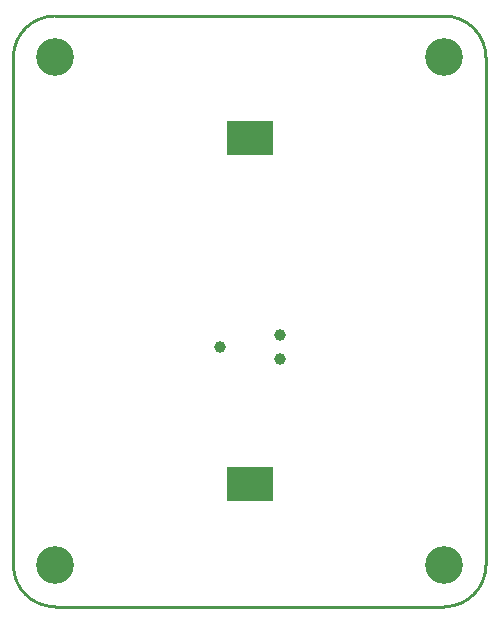
<source format=gbr>
G04 #@! TF.GenerationSoftware,KiCad,Pcbnew,(5.1.8)-1*
G04 #@! TF.CreationDate,2021-05-24T17:48:50-05:00*
G04 #@! TF.ProjectId,PIC16_Ring_of_Fire_Game,50494331-365f-4526-996e-675f6f665f46,1A*
G04 #@! TF.SameCoordinates,Original*
G04 #@! TF.FileFunction,Soldermask,Bot*
G04 #@! TF.FilePolarity,Negative*
%FSLAX46Y46*%
G04 Gerber Fmt 4.6, Leading zero omitted, Abs format (unit mm)*
G04 Created by KiCad (PCBNEW (5.1.8)-1) date 2021-05-24 17:48:50*
%MOMM*%
%LPD*%
G01*
G04 APERTURE LIST*
G04 #@! TA.AperFunction,Profile*
%ADD10C,0.254000*%
G04 #@! TD*
%ADD11R,4.000000X3.000000*%
%ADD12C,0.990600*%
%ADD13C,3.200000*%
G04 APERTURE END LIST*
D10*
X83500000Y-125000000D02*
X116500000Y-125000000D01*
X120000000Y-121500000D02*
G75*
G02*
X116500000Y-125000000I-3500000J0D01*
G01*
X120000000Y-78500000D02*
X120000000Y-121500000D01*
X116500000Y-75000000D02*
G75*
G02*
X120000000Y-78500000I0J-3500000D01*
G01*
X83500000Y-75000000D02*
X116500000Y-75000000D01*
X80000000Y-78500000D02*
G75*
G02*
X83500000Y-75000000I3500000J0D01*
G01*
X83500000Y-125000000D02*
G75*
G02*
X80000000Y-121500000I0J3500000D01*
G01*
X80000000Y-78500000D02*
X80000000Y-121500000D01*
D11*
X100000000Y-114650000D03*
X100000000Y-85350000D03*
D12*
X97460000Y-103000000D03*
X102540000Y-104016000D03*
X102540000Y-101984000D03*
D13*
X116500000Y-121500000D03*
X116500000Y-78500000D03*
X83500000Y-78500000D03*
X83500000Y-121500000D03*
M02*

</source>
